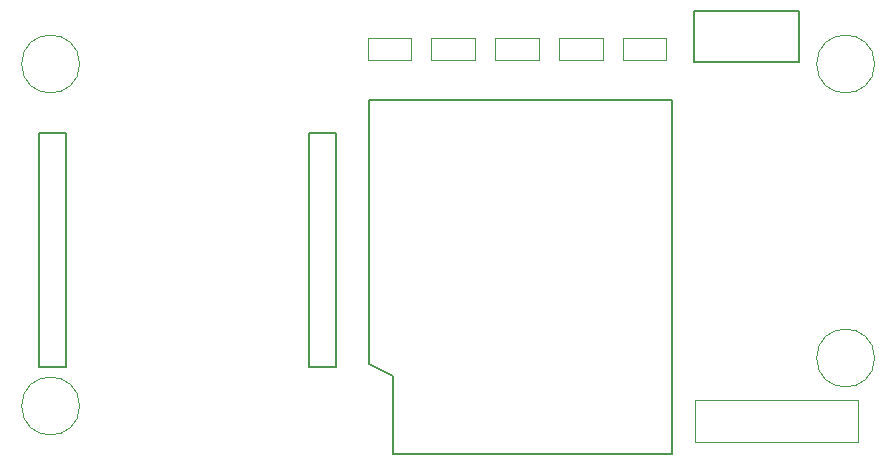
<source format=gbr>
G04 #@! TF.GenerationSoftware,KiCad,Pcbnew,(5.0.1-3-g963ef8bb5)*
G04 #@! TF.CreationDate,2019-04-05T16:02:28+08:00*
G04 #@! TF.ProjectId,cactus,6361637475732E6B696361645F706362,rev?*
G04 #@! TF.SameCoordinates,Original*
G04 #@! TF.FileFunction,Other,User*
%FSLAX46Y46*%
G04 Gerber Fmt 4.6, Leading zero omitted, Abs format (unit mm)*
G04 Created by KiCad (PCBNEW (5.0.1-3-g963ef8bb5)) date 2019 April 05, Friday 16:02:28*
%MOMM*%
%LPD*%
G01*
G04 APERTURE LIST*
%ADD10C,0.050000*%
%ADD11C,0.150000*%
G04 APERTURE END LIST*
D10*
G04 #@! TO.C,REF4*
X120814000Y-84328000D02*
G75*
G03X120814000Y-84328000I-2450000J0D01*
G01*
G04 #@! TO.C,REF1*
X120814000Y-55372000D02*
G75*
G03X120814000Y-55372000I-2450000J0D01*
G01*
G04 #@! TO.C,REF2*
X188124000Y-55372000D02*
G75*
G03X188124000Y-55372000I-2450000J0D01*
G01*
D11*
G04 #@! TO.C,U1*
X145288000Y-58420000D02*
X170942000Y-58420000D01*
X170942000Y-58420000D02*
X170942000Y-88392000D01*
X170942000Y-88392000D02*
X147320000Y-88392000D01*
X147320000Y-88392000D02*
X147320000Y-81788000D01*
X147320000Y-81788000D02*
X145288000Y-80772000D01*
X145288000Y-80772000D02*
X145288000Y-58420000D01*
G04 #@! TO.C,U2*
X117348000Y-81026000D02*
X117348000Y-61214000D01*
X119634000Y-81026000D02*
X117348000Y-81026000D01*
X119634000Y-61214000D02*
X119634000Y-81026000D01*
X117348000Y-61214000D02*
X119634000Y-61214000D01*
X140208000Y-81026000D02*
X140208000Y-61214000D01*
X142494000Y-81026000D02*
X140208000Y-81026000D01*
X142494000Y-61214000D02*
X142494000Y-81026000D01*
X140208000Y-61214000D02*
X142494000Y-61214000D01*
D10*
G04 #@! TO.C,U4*
X186712000Y-87398000D02*
X186712000Y-83798000D01*
X172962000Y-87398000D02*
X186712000Y-87398000D01*
X172962000Y-83798000D02*
X172962000Y-87398000D01*
X186712000Y-83798000D02*
X172962000Y-83798000D01*
D11*
G04 #@! TO.C,SW1*
X172847000Y-55245000D02*
X172847000Y-50927000D01*
X181737000Y-55245000D02*
X172847000Y-55245000D01*
X181737000Y-50927000D02*
X181737000Y-55245000D01*
X172847000Y-50927000D02*
X181737000Y-50927000D01*
D10*
G04 #@! TO.C,D1*
X148916000Y-53152000D02*
X148916000Y-55052000D01*
X148916000Y-55052000D02*
X145216000Y-55052000D01*
X145216000Y-55052000D02*
X145216000Y-53152000D01*
X145216000Y-53152000D02*
X148916000Y-53152000D01*
G04 #@! TO.C,D2*
X150613500Y-53152000D02*
X154313500Y-53152000D01*
X150613500Y-55052000D02*
X150613500Y-53152000D01*
X154313500Y-55052000D02*
X150613500Y-55052000D01*
X154313500Y-53152000D02*
X154313500Y-55052000D01*
G04 #@! TO.C,D3*
X159711000Y-53152000D02*
X159711000Y-55052000D01*
X159711000Y-55052000D02*
X156011000Y-55052000D01*
X156011000Y-55052000D02*
X156011000Y-53152000D01*
X156011000Y-53152000D02*
X159711000Y-53152000D01*
G04 #@! TO.C,D4*
X161408500Y-53152000D02*
X165108500Y-53152000D01*
X161408500Y-55052000D02*
X161408500Y-53152000D01*
X165108500Y-55052000D02*
X161408500Y-55052000D01*
X165108500Y-53152000D02*
X165108500Y-55052000D01*
G04 #@! TO.C,D5*
X170506000Y-53152000D02*
X170506000Y-55052000D01*
X170506000Y-55052000D02*
X166806000Y-55052000D01*
X166806000Y-55052000D02*
X166806000Y-53152000D01*
X166806000Y-53152000D02*
X170506000Y-53152000D01*
G04 #@! TO.C,REF3*
X188124000Y-80264000D02*
G75*
G03X188124000Y-80264000I-2450000J0D01*
G01*
G04 #@! TD*
M02*

</source>
